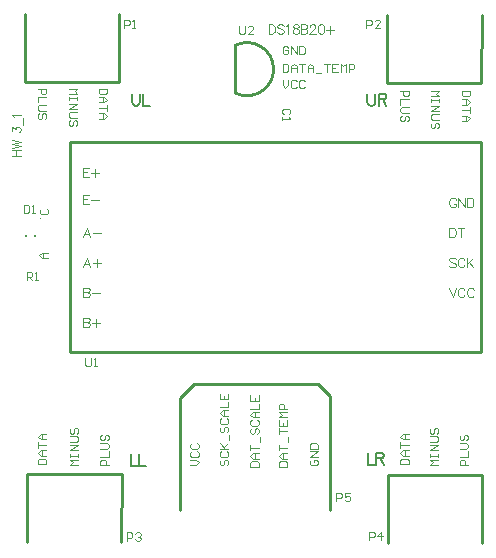
<source format=gto>
G04*
G04 #@! TF.GenerationSoftware,Altium Limited,Altium Designer,21.0.9 (235)*
G04*
G04 Layer_Color=65535*
%FSLAX44Y44*%
%MOMM*%
G71*
G04*
G04 #@! TF.SameCoordinates,A09F276E-AA30-40E7-8DD8-8EDFBC635AFD*
G04*
G04*
G04 #@! TF.FilePolarity,Positive*
G04*
G01*
G75*
%ADD10C,0.1000*%
%ADD11C,0.2540*%
%ADD12C,0.2000*%
D10*
X28988Y275820D02*
G03*
X28988Y275820I-500J0D01*
G01*
X5417Y328914D02*
X12415D01*
X5417Y333580D02*
X12415D01*
X8749Y328914D02*
Y333580D01*
X5417Y335513D02*
X12415Y337179D01*
X5417Y338845D02*
X12415Y337179D01*
X5417Y338845D02*
X12415Y340512D01*
X5417Y342178D02*
X12415Y340512D01*
X5417Y349743D02*
Y353409D01*
X8083Y351409D01*
Y352409D01*
X8416Y353075D01*
X8749Y353409D01*
X9749Y353742D01*
X10416D01*
X11415Y353409D01*
X12082Y352742D01*
X12415Y351743D01*
Y350743D01*
X12082Y349743D01*
X11749Y349410D01*
X11082Y349076D01*
X14748Y355308D02*
Y360641D01*
X6750Y361540D02*
X6416Y362207D01*
X5417Y363207D01*
X12415D01*
X70391Y318918D02*
X65440D01*
Y310920D01*
X70391D01*
X65440Y315110D02*
X68487D01*
X75152Y317776D02*
Y310920D01*
X71724Y314348D02*
X78580D01*
X70391Y296058D02*
X65440D01*
Y288060D01*
X70391D01*
X65440Y292250D02*
X68487D01*
X71724Y291488D02*
X78580D01*
X71534Y260120D02*
X68487Y268118D01*
X65440Y260120D01*
X66583Y262786D02*
X70391D01*
X73400Y263548D02*
X80256D01*
X71534Y234720D02*
X68487Y242718D01*
X65440Y234720D01*
X66583Y237386D02*
X70391D01*
X76828Y241576D02*
Y234720D01*
X73400Y238148D02*
X80256D01*
X65440Y217318D02*
Y209320D01*
Y217318D02*
X68868D01*
X70010Y216937D01*
X70391Y216557D01*
X70772Y215795D01*
Y215033D01*
X70391Y214271D01*
X70010Y213890D01*
X68868Y213510D01*
X65440D02*
X68868D01*
X70010Y213129D01*
X70391Y212748D01*
X70772Y211986D01*
Y210844D01*
X70391Y210082D01*
X70010Y209701D01*
X68868Y209320D01*
X65440D01*
X72562Y212748D02*
X79418D01*
X65440Y191918D02*
Y183920D01*
Y191918D02*
X68868D01*
X70010Y191537D01*
X70391Y191157D01*
X70772Y190395D01*
Y189633D01*
X70391Y188871D01*
X70010Y188491D01*
X68868Y188110D01*
X65440D02*
X68868D01*
X70010Y187729D01*
X70391Y187348D01*
X70772Y186586D01*
Y185443D01*
X70391Y184682D01*
X70010Y184301D01*
X68868Y183920D01*
X65440D01*
X75990Y190776D02*
Y183920D01*
X72562Y187348D02*
X79418D01*
X381033Y291614D02*
X380652Y292376D01*
X379891Y293137D01*
X379129Y293518D01*
X377605D01*
X376843Y293137D01*
X376082Y292376D01*
X375701Y291614D01*
X375320Y290471D01*
Y288567D01*
X375701Y287424D01*
X376082Y286663D01*
X376843Y285901D01*
X377605Y285520D01*
X379129D01*
X379891Y285901D01*
X380652Y286663D01*
X381033Y287424D01*
Y288567D01*
X379129D02*
X381033D01*
X382861Y293518D02*
Y285520D01*
Y293518D02*
X388194Y285520D01*
Y293518D02*
Y285520D01*
X390402Y293518D02*
Y285520D01*
Y293518D02*
X393069D01*
X394211Y293137D01*
X394973Y292376D01*
X395354Y291614D01*
X395735Y290471D01*
Y288567D01*
X395354Y287424D01*
X394973Y286663D01*
X394211Y285901D01*
X393069Y285520D01*
X390402D01*
X375320Y268118D02*
Y260120D01*
Y268118D02*
X377986D01*
X379129Y267737D01*
X379891Y266976D01*
X380271Y266214D01*
X380652Y265071D01*
Y263167D01*
X380271Y262024D01*
X379891Y261263D01*
X379129Y260501D01*
X377986Y260120D01*
X375320D01*
X385108Y268118D02*
Y260120D01*
X382442Y268118D02*
X387775D01*
X380652Y241576D02*
X379891Y242337D01*
X378748Y242718D01*
X377224D01*
X376082Y242337D01*
X375320Y241576D01*
Y240814D01*
X375701Y240052D01*
X376082Y239671D01*
X376843Y239291D01*
X379129Y238529D01*
X379891Y238148D01*
X380271Y237767D01*
X380652Y237005D01*
Y235863D01*
X379891Y235101D01*
X378748Y234720D01*
X377224D01*
X376082Y235101D01*
X375320Y235863D01*
X388155Y240814D02*
X387775Y241576D01*
X387013Y242337D01*
X386251Y242718D01*
X384728D01*
X383966Y242337D01*
X383204Y241576D01*
X382823Y240814D01*
X382442Y239671D01*
Y237767D01*
X382823Y236624D01*
X383204Y235863D01*
X383966Y235101D01*
X384728Y234720D01*
X386251D01*
X387013Y235101D01*
X387775Y235863D01*
X388155Y236624D01*
X390402Y242718D02*
Y234720D01*
X395735Y242718D02*
X390402Y237386D01*
X392307Y239291D02*
X395735Y234720D01*
X375320Y217318D02*
X378367Y209320D01*
X381414Y217318D02*
X378367Y209320D01*
X388155Y215414D02*
X387775Y216176D01*
X387013Y216937D01*
X386251Y217318D01*
X384728D01*
X383966Y216937D01*
X383204Y216176D01*
X382823Y215414D01*
X382442Y214271D01*
Y212367D01*
X382823Y211224D01*
X383204Y210463D01*
X383966Y209701D01*
X384728Y209320D01*
X386251D01*
X387013Y209701D01*
X387775Y210463D01*
X388155Y211224D01*
X396116Y215414D02*
X395735Y216176D01*
X394973Y216937D01*
X394211Y217318D01*
X392688D01*
X391926Y216937D01*
X391164Y216176D01*
X390783Y215414D01*
X390402Y214271D01*
Y212367D01*
X390783Y211224D01*
X391164Y210463D01*
X391926Y209701D01*
X392688Y209320D01*
X394211D01*
X394973Y209701D01*
X395735Y210463D01*
X396116Y211224D01*
X222604Y440290D02*
Y432292D01*
Y440290D02*
X225270D01*
X226412Y439909D01*
X227174Y439148D01*
X227555Y438386D01*
X227936Y437243D01*
Y435339D01*
X227555Y434196D01*
X227174Y433435D01*
X226412Y432673D01*
X225270Y432292D01*
X222604D01*
X235058Y439148D02*
X234296Y439909D01*
X233154Y440290D01*
X231630D01*
X230488Y439909D01*
X229726Y439148D01*
Y438386D01*
X230107Y437624D01*
X230488Y437243D01*
X231250Y436862D01*
X233535Y436101D01*
X234296Y435720D01*
X234677Y435339D01*
X235058Y434577D01*
Y433435D01*
X234296Y432673D01*
X233154Y432292D01*
X231630D01*
X230488Y432673D01*
X229726Y433435D01*
X236848Y438767D02*
X237610Y439148D01*
X238753Y440290D01*
Y432292D01*
X244618Y440290D02*
X243475Y439909D01*
X243095Y439148D01*
Y438386D01*
X243475Y437624D01*
X244237Y437243D01*
X245761Y436862D01*
X246903Y436482D01*
X247665Y435720D01*
X248046Y434958D01*
Y433815D01*
X247665Y433054D01*
X247284Y432673D01*
X246141Y432292D01*
X244618D01*
X243475Y432673D01*
X243095Y433054D01*
X242714Y433815D01*
Y434958D01*
X243095Y435720D01*
X243856Y436482D01*
X244999Y436862D01*
X246522Y437243D01*
X247284Y437624D01*
X247665Y438386D01*
Y439148D01*
X247284Y439909D01*
X246141Y440290D01*
X244618D01*
X249836D02*
Y432292D01*
Y440290D02*
X253264D01*
X254407Y439909D01*
X254787Y439529D01*
X255168Y438767D01*
Y438005D01*
X254787Y437243D01*
X254407Y436862D01*
X253264Y436482D01*
X249836D02*
X253264D01*
X254407Y436101D01*
X254787Y435720D01*
X255168Y434958D01*
Y433815D01*
X254787Y433054D01*
X254407Y432673D01*
X253264Y432292D01*
X249836D01*
X257339Y438386D02*
Y438767D01*
X257720Y439529D01*
X258101Y439909D01*
X258863Y440290D01*
X260386D01*
X261148Y439909D01*
X261529Y439529D01*
X261910Y438767D01*
Y438005D01*
X261529Y437243D01*
X260767Y436101D01*
X256958Y432292D01*
X262290D01*
X266366Y440290D02*
X265223Y439909D01*
X264461Y438767D01*
X264081Y436862D01*
Y435720D01*
X264461Y433815D01*
X265223Y432673D01*
X266366Y432292D01*
X267127D01*
X268270Y432673D01*
X269032Y433815D01*
X269413Y435720D01*
Y436862D01*
X269032Y438767D01*
X268270Y439909D01*
X267127Y440290D01*
X266366D01*
X274631Y439148D02*
Y432292D01*
X271203Y435720D02*
X278058D01*
X258169Y71665D02*
X257002Y70499D01*
Y68166D01*
X258169Y67000D01*
X262834D01*
X264000Y68166D01*
Y70499D01*
X262834Y71665D01*
X260501D01*
Y69333D01*
X264000Y73998D02*
X257002D01*
X264000Y78663D01*
X257002D01*
Y80996D02*
X264000D01*
Y84494D01*
X262834Y85661D01*
X258169D01*
X257002Y84494D01*
Y80996D01*
X231002Y65598D02*
X238000D01*
Y69097D01*
X236834Y70263D01*
X232169D01*
X231002Y69097D01*
Y65598D01*
X238000Y72596D02*
X233335D01*
X231002Y74928D01*
X233335Y77261D01*
X238000D01*
X234501D01*
Y72596D01*
X231002Y79594D02*
Y84259D01*
Y81926D01*
X238000D01*
X239166Y86591D02*
Y91257D01*
X231002Y93589D02*
Y98254D01*
Y95922D01*
X238000D01*
X231002Y105252D02*
Y100587D01*
X238000D01*
Y105252D01*
X234501Y100587D02*
Y102919D01*
X238000Y107584D02*
X231002D01*
X233335Y109917D01*
X231002Y112250D01*
X238000D01*
Y114582D02*
X231002D01*
Y118081D01*
X232169Y119248D01*
X234501D01*
X235667Y118081D01*
Y114582D01*
X156002Y67000D02*
X160667D01*
X163000Y69333D01*
X160667Y71665D01*
X156002D01*
X157169Y78663D02*
X156002Y77497D01*
Y75164D01*
X157169Y73998D01*
X161834D01*
X163000Y75164D01*
Y77497D01*
X161834Y78663D01*
X157169Y85661D02*
X156002Y84494D01*
Y82162D01*
X157169Y80996D01*
X161834D01*
X163000Y82162D01*
Y84494D01*
X161834Y85661D01*
X182169Y71665D02*
X181002Y70499D01*
Y68166D01*
X182169Y67000D01*
X183335D01*
X184501Y68166D01*
Y70499D01*
X185667Y71665D01*
X186834D01*
X188000Y70499D01*
Y68166D01*
X186834Y67000D01*
X182169Y78663D02*
X181002Y77497D01*
Y75164D01*
X182169Y73998D01*
X186834D01*
X188000Y75164D01*
Y77497D01*
X186834Y78663D01*
X181002Y80996D02*
X188000D01*
X185667D01*
X181002Y85661D01*
X184501Y82162D01*
X188000Y85661D01*
X189166Y87993D02*
Y92658D01*
X182169Y99656D02*
X181002Y98490D01*
Y96157D01*
X182169Y94991D01*
X183335D01*
X184501Y96157D01*
Y98490D01*
X185667Y99656D01*
X186834D01*
X188000Y98490D01*
Y96157D01*
X186834Y94991D01*
X182169Y106654D02*
X181002Y105488D01*
Y103155D01*
X182169Y101989D01*
X186834D01*
X188000Y103155D01*
Y105488D01*
X186834Y106654D01*
X188000Y108987D02*
X183335D01*
X181002Y111319D01*
X183335Y113652D01*
X188000D01*
X184501D01*
Y108987D01*
X181002Y115984D02*
X188000D01*
Y120649D01*
X181002Y127647D02*
Y122982D01*
X188000D01*
Y127647D01*
X184501Y122982D02*
Y125315D01*
X207002Y65598D02*
X214000D01*
Y69097D01*
X212834Y70263D01*
X208169D01*
X207002Y69097D01*
Y65598D01*
X214000Y72596D02*
X209335D01*
X207002Y74928D01*
X209335Y77261D01*
X214000D01*
X210501D01*
Y72596D01*
X207002Y79594D02*
Y84259D01*
Y81926D01*
X214000D01*
X215166Y86591D02*
Y91257D01*
X208169Y98254D02*
X207002Y97088D01*
Y94755D01*
X208169Y93589D01*
X209335D01*
X210501Y94755D01*
Y97088D01*
X211667Y98254D01*
X212834D01*
X214000Y97088D01*
Y94755D01*
X212834Y93589D01*
X208169Y105252D02*
X207002Y104086D01*
Y101753D01*
X208169Y100587D01*
X212834D01*
X214000Y101753D01*
Y104086D01*
X212834Y105252D01*
X214000Y107584D02*
X209335D01*
X207002Y109917D01*
X209335Y112250D01*
X214000D01*
X210501D01*
Y107584D01*
X207002Y114582D02*
X214000D01*
Y119248D01*
X207002Y126245D02*
Y121580D01*
X214000D01*
Y126245D01*
X210501Y121580D02*
Y123913D01*
X334000Y384000D02*
X340998D01*
Y380501D01*
X339832Y379335D01*
X337499D01*
X336333Y380501D01*
Y384000D01*
X340998Y377002D02*
X334000D01*
Y372337D01*
X340998Y370005D02*
X335166D01*
X334000Y368838D01*
Y366506D01*
X335166Y365339D01*
X340998D01*
X339832Y358342D02*
X340998Y359508D01*
Y361841D01*
X339832Y363007D01*
X338665D01*
X337499Y361841D01*
Y359508D01*
X336333Y358342D01*
X335166D01*
X334000Y359508D01*
Y361841D01*
X335166Y363007D01*
X359444Y384000D02*
X366442D01*
X364109Y381667D01*
X366442Y379335D01*
X359444D01*
X366442Y377002D02*
Y374670D01*
Y375836D01*
X359444D01*
Y377002D01*
Y374670D01*
Y371171D02*
X366442D01*
X359444Y366506D01*
X366442D01*
Y364173D02*
X360610D01*
X359444Y363007D01*
Y360674D01*
X360610Y359508D01*
X366442D01*
X365275Y352510D02*
X366442Y353676D01*
Y356009D01*
X365275Y357175D01*
X364109D01*
X362943Y356009D01*
Y353676D01*
X361777Y352510D01*
X360610D01*
X359444Y353676D01*
Y356009D01*
X360610Y357175D01*
X392998Y384000D02*
X386000D01*
Y380501D01*
X387166Y379335D01*
X391831D01*
X392998Y380501D01*
Y384000D01*
X386000Y377002D02*
X390665D01*
X392998Y374670D01*
X390665Y372337D01*
X386000D01*
X389499D01*
Y377002D01*
X392998Y370005D02*
Y365339D01*
Y367672D01*
X386000D01*
Y363007D02*
X390665D01*
X392998Y360674D01*
X390665Y358342D01*
X386000D01*
X389499D01*
Y363007D01*
X27044Y385900D02*
X34042D01*
Y382401D01*
X32875Y381235D01*
X30543D01*
X29376Y382401D01*
Y385900D01*
X34042Y378902D02*
X27044D01*
Y374237D01*
X34042Y371904D02*
X28210D01*
X27044Y370738D01*
Y368406D01*
X28210Y367239D01*
X34042D01*
X32875Y360242D02*
X34042Y361408D01*
Y363741D01*
X32875Y364907D01*
X31709D01*
X30543Y363741D01*
Y361408D01*
X29376Y360242D01*
X28210D01*
X27044Y361408D01*
Y363741D01*
X28210Y364907D01*
X53350Y385900D02*
X60348D01*
X58015Y383567D01*
X60348Y381235D01*
X53350D01*
X60348Y378902D02*
Y376570D01*
Y377736D01*
X53350D01*
Y378902D01*
Y376570D01*
Y373071D02*
X60348D01*
X53350Y368406D01*
X60348D01*
Y366073D02*
X54516D01*
X53350Y364907D01*
Y362574D01*
X54516Y361408D01*
X60348D01*
X59181Y354410D02*
X60348Y355576D01*
Y357909D01*
X59181Y359075D01*
X58015D01*
X56849Y357909D01*
Y355576D01*
X55683Y354410D01*
X54516D01*
X53350Y355576D01*
Y357909D01*
X54516Y359075D01*
X85348Y385900D02*
X78350D01*
Y382401D01*
X79516Y381235D01*
X84181D01*
X85348Y382401D01*
Y385900D01*
X78350Y378902D02*
X83015D01*
X85348Y376570D01*
X83015Y374237D01*
X78350D01*
X81849D01*
Y378902D01*
X85348Y371904D02*
Y367239D01*
Y369572D01*
X78350D01*
Y364907D02*
X83015D01*
X85348Y362574D01*
X83015Y360242D01*
X78350D01*
X81849D01*
Y364907D01*
X87000Y67000D02*
X80002D01*
Y70499D01*
X81168Y71665D01*
X83501D01*
X84667Y70499D01*
Y67000D01*
X80002Y73998D02*
X87000D01*
Y78663D01*
X80002Y80996D02*
X85834D01*
X87000Y82162D01*
Y84494D01*
X85834Y85661D01*
X80002D01*
X81168Y92658D02*
X80002Y91492D01*
Y89159D01*
X81168Y87993D01*
X82335D01*
X83501Y89159D01*
Y91492D01*
X84667Y92658D01*
X85834D01*
X87000Y91492D01*
Y89159D01*
X85834Y87993D01*
X61000Y67000D02*
X54002D01*
X56335Y69333D01*
X54002Y71665D01*
X61000D01*
X54002Y73998D02*
Y76330D01*
Y75164D01*
X61000D01*
Y73998D01*
Y76330D01*
Y79829D02*
X54002D01*
X61000Y84494D01*
X54002D01*
Y86827D02*
X59834D01*
X61000Y87993D01*
Y90326D01*
X59834Y91492D01*
X54002D01*
X55168Y98490D02*
X54002Y97324D01*
Y94991D01*
X55168Y93825D01*
X56335D01*
X57501Y94991D01*
Y97324D01*
X58667Y98490D01*
X59834D01*
X61000Y97324D01*
Y94991D01*
X59834Y93825D01*
X27002Y68000D02*
X34000D01*
Y71499D01*
X32834Y72665D01*
X28168D01*
X27002Y71499D01*
Y68000D01*
X34000Y74998D02*
X29335D01*
X27002Y77330D01*
X29335Y79663D01*
X34000D01*
X30501D01*
Y74998D01*
X27002Y81995D02*
Y86661D01*
Y84328D01*
X34000D01*
Y88993D02*
X29335D01*
X27002Y91326D01*
X29335Y93658D01*
X34000D01*
X30501D01*
Y88993D01*
X391000Y67000D02*
X384002D01*
Y70499D01*
X385169Y71665D01*
X387501D01*
X388667Y70499D01*
Y67000D01*
X384002Y73998D02*
X391000D01*
Y78663D01*
X384002Y80996D02*
X389834D01*
X391000Y82162D01*
Y84494D01*
X389834Y85661D01*
X384002D01*
X385169Y92658D02*
X384002Y91492D01*
Y89159D01*
X385169Y87993D01*
X386335D01*
X387501Y89159D01*
Y91492D01*
X388667Y92658D01*
X389834D01*
X391000Y91492D01*
Y89159D01*
X389834Y87993D01*
X366000Y67000D02*
X359002D01*
X361335Y69333D01*
X359002Y71665D01*
X366000D01*
X359002Y73998D02*
Y76330D01*
Y75164D01*
X366000D01*
Y73998D01*
Y76330D01*
Y79829D02*
X359002D01*
X366000Y84494D01*
X359002D01*
Y86827D02*
X364834D01*
X366000Y87993D01*
Y90326D01*
X364834Y91492D01*
X359002D01*
X360169Y98490D02*
X359002Y97324D01*
Y94991D01*
X360169Y93825D01*
X361335D01*
X362501Y94991D01*
Y97324D01*
X363667Y98490D01*
X364834D01*
X366000Y97324D01*
Y94991D01*
X364834Y93825D01*
X334002Y68000D02*
X341000D01*
Y71499D01*
X339834Y72665D01*
X335169D01*
X334002Y71499D01*
Y68000D01*
X341000Y74998D02*
X336335D01*
X334002Y77330D01*
X336335Y79663D01*
X341000D01*
X337501D01*
Y74998D01*
X334002Y81995D02*
Y86661D01*
Y84328D01*
X341000D01*
Y88993D02*
X336335D01*
X334002Y91326D01*
X336335Y93658D01*
X341000D01*
X337501D01*
Y88993D01*
X29907Y283985D02*
X28740Y282819D01*
Y280486D01*
X29907Y279320D01*
X34572D01*
X35738Y280486D01*
Y282819D01*
X34572Y283985D01*
X35212Y242270D02*
X30547D01*
X28214Y244603D01*
X30547Y246935D01*
X35212D01*
X31713D01*
Y242270D01*
X238969Y420651D02*
X237803Y421818D01*
X235470D01*
X234304Y420651D01*
Y415986D01*
X235470Y414820D01*
X237803D01*
X238969Y415986D01*
Y418319D01*
X236636D01*
X241301Y414820D02*
Y421818D01*
X245967Y414820D01*
Y421818D01*
X248299D02*
Y414820D01*
X251798D01*
X252964Y415986D01*
Y420651D01*
X251798Y421818D01*
X248299D01*
X234304Y407048D02*
Y400050D01*
X237803D01*
X238969Y401216D01*
Y405882D01*
X237803Y407048D01*
X234304D01*
X241301Y400050D02*
Y404715D01*
X243634Y407048D01*
X245967Y404715D01*
Y400050D01*
Y403549D01*
X241301D01*
X248299Y407048D02*
X252964D01*
X250632D01*
Y400050D01*
X255297D02*
Y404715D01*
X257630Y407048D01*
X259962Y404715D01*
Y400050D01*
Y403549D01*
X255297D01*
X262295Y398884D02*
X266960D01*
X269293Y407048D02*
X273958D01*
X271625D01*
Y400050D01*
X280955Y407048D02*
X276290D01*
Y400050D01*
X280955D01*
X276290Y403549D02*
X278623D01*
X283288Y400050D02*
Y407048D01*
X285621Y404715D01*
X287953Y407048D01*
Y400050D01*
X290286D02*
Y407048D01*
X293785D01*
X294951Y405882D01*
Y403549D01*
X293785Y402383D01*
X290286D01*
X234304Y393292D02*
Y388627D01*
X236636Y386294D01*
X238969Y388627D01*
Y393292D01*
X245967Y392126D02*
X244800Y393292D01*
X242468D01*
X241301Y392126D01*
Y387460D01*
X242468Y386294D01*
X244800D01*
X245967Y387460D01*
X252964Y392126D02*
X251798Y393292D01*
X249466D01*
X248299Y392126D01*
Y387460D01*
X249466Y386294D01*
X251798D01*
X252964Y387460D01*
X197504Y439055D02*
Y433223D01*
X198670Y432057D01*
X201003D01*
X202169Y433223D01*
Y439055D01*
X209167Y432057D02*
X204501D01*
X209167Y436722D01*
Y437889D01*
X208000Y439055D01*
X205668D01*
X204501Y437889D01*
X67303Y157931D02*
Y152099D01*
X68469Y150933D01*
X70802D01*
X71968Y152099D01*
Y157931D01*
X74301Y150933D02*
X76633D01*
X75467D01*
Y157931D01*
X74301Y156765D01*
X17367Y223821D02*
Y230819D01*
X20866D01*
X22032Y229653D01*
Y227320D01*
X20866Y226154D01*
X17367D01*
X19699D02*
X22032Y223821D01*
X24365D02*
X26697D01*
X25531D01*
Y230819D01*
X24365Y229653D01*
X279664Y36633D02*
Y43631D01*
X283163D01*
X284330Y42465D01*
Y40132D01*
X283163Y38966D01*
X279664D01*
X291327Y43631D02*
X286662D01*
Y40132D01*
X288995Y41298D01*
X290161D01*
X291327Y40132D01*
Y37799D01*
X290161Y36633D01*
X287829D01*
X286662Y37799D01*
X307351Y3867D02*
Y10865D01*
X310849D01*
X312016Y9699D01*
Y7366D01*
X310849Y6200D01*
X307351D01*
X317847Y3867D02*
Y10865D01*
X314348Y7366D01*
X319014D01*
X102373Y3105D02*
Y10103D01*
X105871D01*
X107038Y8937D01*
Y6604D01*
X105871Y5438D01*
X102373D01*
X109370Y8937D02*
X110537Y10103D01*
X112869D01*
X114036Y8937D01*
Y7770D01*
X112869Y6604D01*
X111703D01*
X112869D01*
X114036Y5438D01*
Y4271D01*
X112869Y3105D01*
X110537D01*
X109370Y4271D01*
X305065Y437191D02*
Y444189D01*
X308563D01*
X309730Y443023D01*
Y440690D01*
X308563Y439524D01*
X305065D01*
X316728Y437191D02*
X312062D01*
X316728Y441856D01*
Y443023D01*
X315561Y444189D01*
X313229D01*
X312062Y443023D01*
X100061Y437191D02*
Y444189D01*
X103560D01*
X104726Y443023D01*
Y440690D01*
X103560Y439524D01*
X100061D01*
X107058Y437191D02*
X109391D01*
X108225D01*
Y444189D01*
X107058Y443023D01*
X15017Y287748D02*
Y280750D01*
X18516D01*
X19682Y281917D01*
Y286582D01*
X18516Y287748D01*
X15017D01*
X22015Y280750D02*
X24347D01*
X23181D01*
Y287748D01*
X22015Y286582D01*
X239627Y363982D02*
X240793Y365148D01*
Y367481D01*
X239627Y368647D01*
X234962D01*
X233796Y367481D01*
Y365148D01*
X234962Y363982D01*
X233796Y361649D02*
Y359317D01*
Y360483D01*
X240793D01*
X239627Y361649D01*
D11*
X194015Y382211D02*
G03*
X194015Y422461I10062J20125D01*
G01*
X402260Y162600D02*
Y340400D01*
X54280Y162600D02*
Y340400D01*
X402260D01*
X54280Y162600D02*
X402260D01*
X274300Y54700D02*
Y126000D01*
X264359Y135941D02*
X274300Y126000D01*
X159482Y135941D02*
X264359D01*
X147300Y123759D02*
X159482Y135941D01*
X147300Y54700D02*
Y123759D01*
X274300Y29300D02*
Y54700D01*
X147300Y29300D02*
Y54700D01*
X322600Y390474D02*
X402495D01*
X402600Y448000D01*
X322600Y390474D02*
X322705Y448000D01*
X15750Y391374D02*
X95645D01*
X95750Y448900D01*
X15750Y391374D02*
X15855Y448900D01*
X17895Y59526D02*
X97790D01*
X17790Y2000D02*
X17895Y59526D01*
X97685Y2000D02*
X97790Y59526D01*
X323505Y58526D02*
X403400D01*
X323400Y1000D02*
X323505Y58526D01*
X403295Y1000D02*
X403400Y58526D01*
X193918Y382016D02*
Y422656D01*
D12*
X17238Y260820D02*
Y261820D01*
X24738Y260820D02*
Y261820D01*
X306292Y77596D02*
Y67598D01*
X312005D01*
X313100Y77596D02*
Y67598D01*
Y77596D02*
X317385D01*
X318813Y77120D01*
X319289Y76644D01*
X319765Y75691D01*
Y74739D01*
X319289Y73787D01*
X318813Y73311D01*
X317385Y72835D01*
X313100D01*
X316433D02*
X319765Y67598D01*
X105632Y76514D02*
Y66516D01*
X111345D01*
X112440Y76514D02*
Y66516D01*
X118153D01*
X306038Y381568D02*
Y374426D01*
X306514Y372998D01*
X307466Y372046D01*
X308895Y371570D01*
X309847D01*
X311275Y372046D01*
X312227Y372998D01*
X312703Y374426D01*
Y381568D01*
X315464D02*
Y371570D01*
Y381568D02*
X319749D01*
X321178Y381092D01*
X321654Y380616D01*
X322130Y379664D01*
Y378711D01*
X321654Y377759D01*
X321178Y377283D01*
X319749Y376807D01*
X315464D01*
X318797D02*
X322130Y371570D01*
X106726Y381568D02*
Y374426D01*
X107202Y372998D01*
X108154Y372046D01*
X109582Y371570D01*
X110534D01*
X111963Y372046D01*
X112915Y372998D01*
X113391Y374426D01*
Y381568D01*
X116152D02*
Y371570D01*
X121865D01*
M02*

</source>
